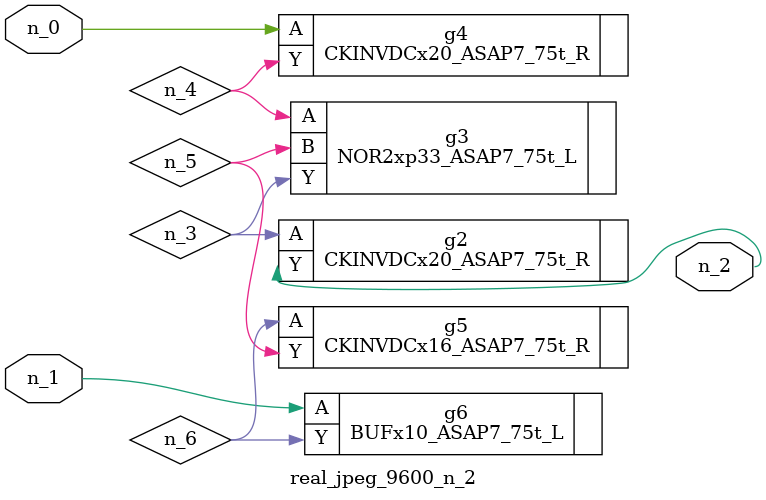
<source format=v>
module real_jpeg_9600_n_2 (n_1, n_0, n_2);

input n_1;
input n_0;

output n_2;

wire n_5;
wire n_4;
wire n_6;
wire n_3;

CKINVDCx20_ASAP7_75t_R g4 ( 
.A(n_0),
.Y(n_4)
);

BUFx10_ASAP7_75t_L g6 ( 
.A(n_1),
.Y(n_6)
);

CKINVDCx20_ASAP7_75t_R g2 ( 
.A(n_3),
.Y(n_2)
);

NOR2xp33_ASAP7_75t_L g3 ( 
.A(n_4),
.B(n_5),
.Y(n_3)
);

CKINVDCx16_ASAP7_75t_R g5 ( 
.A(n_6),
.Y(n_5)
);


endmodule
</source>
